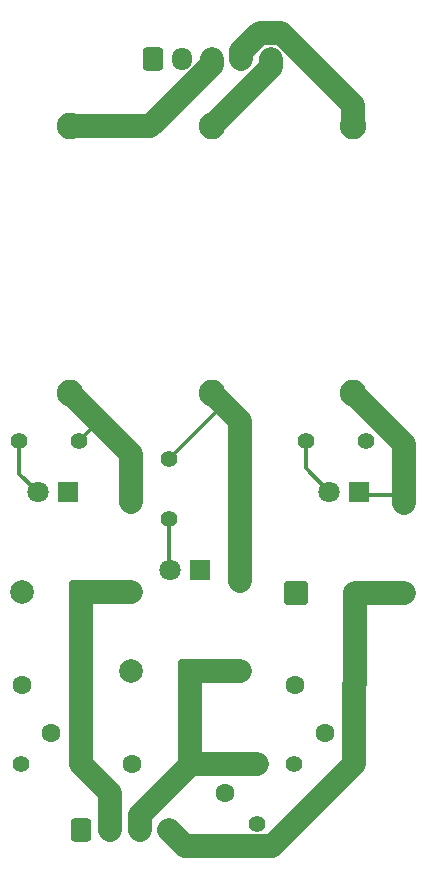
<source format=gbr>
%TF.GenerationSoftware,KiCad,Pcbnew,9.0.3+dfsg-1*%
%TF.CreationDate,2026-02-22T16:32:14-05:00*%
%TF.ProjectId,bench-power,62656e63-682d-4706-9f77-65722e6b6963,rev?*%
%TF.SameCoordinates,Original*%
%TF.FileFunction,Copper,L1,Top*%
%TF.FilePolarity,Positive*%
%FSLAX46Y46*%
G04 Gerber Fmt 4.6, Leading zero omitted, Abs format (unit mm)*
G04 Created by KiCad (PCBNEW 9.0.3+dfsg-1) date 2026-02-22 16:32:14*
%MOMM*%
%LPD*%
G01*
G04 APERTURE LIST*
G04 Aperture macros list*
%AMRoundRect*
0 Rectangle with rounded corners*
0 $1 Rounding radius*
0 $2 $3 $4 $5 $6 $7 $8 $9 X,Y pos of 4 corners*
0 Add a 4 corners polygon primitive as box body*
4,1,4,$2,$3,$4,$5,$6,$7,$8,$9,$2,$3,0*
0 Add four circle primitives for the rounded corners*
1,1,$1+$1,$2,$3*
1,1,$1+$1,$4,$5*
1,1,$1+$1,$6,$7*
1,1,$1+$1,$8,$9*
0 Add four rect primitives between the rounded corners*
20,1,$1+$1,$2,$3,$4,$5,0*
20,1,$1+$1,$4,$5,$6,$7,0*
20,1,$1+$1,$6,$7,$8,$9,0*
20,1,$1+$1,$8,$9,$2,$3,0*%
G04 Aperture macros list end*
%TA.AperFunction,ComponentPad*%
%ADD10C,1.600000*%
%TD*%
%TA.AperFunction,ComponentPad*%
%ADD11C,1.400000*%
%TD*%
%TA.AperFunction,ComponentPad*%
%ADD12RoundRect,0.250000X0.750000X0.750000X-0.750000X0.750000X-0.750000X-0.750000X0.750000X-0.750000X0*%
%TD*%
%TA.AperFunction,ComponentPad*%
%ADD13C,2.000000*%
%TD*%
%TA.AperFunction,ComponentPad*%
%ADD14RoundRect,0.250000X-0.600000X-0.725000X0.600000X-0.725000X0.600000X0.725000X-0.600000X0.725000X0*%
%TD*%
%TA.AperFunction,ComponentPad*%
%ADD15O,1.700000X1.950000*%
%TD*%
%TA.AperFunction,ComponentPad*%
%ADD16RoundRect,0.250000X-0.750000X-0.750000X0.750000X-0.750000X0.750000X0.750000X-0.750000X0.750000X0*%
%TD*%
%TA.AperFunction,ComponentPad*%
%ADD17R,1.800000X1.800000*%
%TD*%
%TA.AperFunction,ComponentPad*%
%ADD18C,1.800000*%
%TD*%
%TA.AperFunction,ComponentPad*%
%ADD19C,2.250000*%
%TD*%
%TA.AperFunction,Conductor*%
%ADD20C,2.000000*%
%TD*%
%TA.AperFunction,Conductor*%
%ADD21C,0.300000*%
%TD*%
%TA.AperFunction,Conductor*%
%ADD22C,1.200000*%
%TD*%
G04 APERTURE END LIST*
D10*
%TO.P,C2,1*%
%TO.N,GND*%
X143443367Y-106018641D03*
%TO.P,C2,2*%
%TO.N,Net-(J1-Pin_2)*%
X148443367Y-106018641D03*
%TD*%
D11*
%TO.P,R6,1*%
%TO.N,Net-(D3-A)*%
X167455790Y-85371938D03*
%TO.P,R6,2*%
%TO.N,GND*%
X172535790Y-85371938D03*
%TD*%
%TO.P,R4,1*%
%TO.N,GND*%
X166499410Y-112738751D03*
%TO.P,R4,2*%
%TO.N,Net-(J1-Pin_4)*%
X171579410Y-112738751D03*
%TD*%
D12*
%TO.P,C4,1*%
%TO.N,Net-(J1-Pin_3)*%
X157709104Y-104858699D03*
D13*
%TO.P,C4,2*%
%TO.N,GND*%
X152709104Y-104858699D03*
%TD*%
D14*
%TO.P,J1,1,Pin_1*%
%TO.N,GND*%
X148409529Y-118328189D03*
D15*
%TO.P,J1,2,Pin_2*%
%TO.N,Net-(J1-Pin_2)*%
X150909529Y-118328189D03*
%TO.P,J1,3,Pin_3*%
%TO.N,Net-(J1-Pin_3)*%
X153409529Y-118328189D03*
%TO.P,J1,4,Pin_4*%
%TO.N,Net-(J1-Pin_4)*%
X155909529Y-118328189D03*
%TD*%
D16*
%TO.P,C7,1*%
%TO.N,GND*%
X166632323Y-98200085D03*
D13*
%TO.P,C7,2*%
%TO.N,Net-(J1-Pin_4)*%
X171632323Y-98200085D03*
%TD*%
D10*
%TO.P,C9,1*%
%TO.N,GND*%
X169079410Y-110107884D03*
%TO.P,C9,2*%
%TO.N,Net-(J1-Pin_4)*%
X171579410Y-110107884D03*
%TD*%
D11*
%TO.P,R5,1*%
%TO.N,+12V*%
X155879788Y-86875059D03*
%TO.P,R5,2*%
%TO.N,Net-(D2-A)*%
X155879788Y-91955059D03*
%TD*%
D10*
%TO.P,FB4,1*%
%TO.N,-12V*%
X175798913Y-90580085D03*
%TO.P,FB4,2*%
%TO.N,Net-(J1-Pin_4)*%
X175798913Y-98200085D03*
%TD*%
D11*
%TO.P,R2,1*%
%TO.N,GND*%
X143363367Y-112732182D03*
%TO.P,R2,2*%
%TO.N,Net-(J1-Pin_2)*%
X148443367Y-112732182D03*
%TD*%
D12*
%TO.P,C1,1*%
%TO.N,Net-(J1-Pin_2)*%
X148443367Y-98190216D03*
D13*
%TO.P,C1,2*%
%TO.N,GND*%
X143443367Y-98190216D03*
%TD*%
D17*
%TO.P,D1,1,K*%
%TO.N,GND*%
X147300680Y-89708898D03*
D18*
%TO.P,D1,2,A*%
%TO.N,Net-(D1-A)*%
X144760680Y-89708898D03*
%TD*%
D10*
%TO.P,C3,1*%
%TO.N,GND*%
X145943367Y-110104700D03*
%TO.P,C3,2*%
%TO.N,Net-(J1-Pin_2)*%
X148443367Y-110104700D03*
%TD*%
D19*
%TO.P,F2,1*%
%TO.N,/+Vout*%
X159500000Y-58700000D03*
%TO.P,F2,2*%
%TO.N,+12V*%
X159500000Y-81300000D03*
%TD*%
%TO.P,F3,1*%
%TO.N,/-Vout*%
X171500000Y-58700000D03*
%TO.P,F3,2*%
%TO.N,-12V*%
X171500000Y-81300000D03*
%TD*%
D10*
%TO.P,C5,1*%
%TO.N,GND*%
X152728019Y-112700747D03*
%TO.P,C5,2*%
%TO.N,Net-(J1-Pin_3)*%
X157728019Y-112700747D03*
%TD*%
%TO.P,FB2,1*%
%TO.N,+5V*%
X152635490Y-90513258D03*
%TO.P,FB2,2*%
%TO.N,Net-(J1-Pin_2)*%
X152635490Y-98133258D03*
%TD*%
D19*
%TO.P,F1,1*%
%TO.N,/+5Vout*%
X147500000Y-58700000D03*
%TO.P,F1,2*%
%TO.N,+5V*%
X147500000Y-81300000D03*
%TD*%
D11*
%TO.P,R1,1*%
%TO.N,+5V*%
X148267689Y-85337534D03*
%TO.P,R1,2*%
%TO.N,Net-(D1-A)*%
X143187689Y-85337534D03*
%TD*%
D14*
%TO.P,J2,1,Pin_1*%
%TO.N,GND*%
X154500000Y-53000000D03*
D15*
%TO.P,J2,2,Pin_2*%
X157000000Y-53000000D03*
%TO.P,J2,3,Pin_3*%
%TO.N,/+5Vout*%
X159500000Y-53000000D03*
%TO.P,J2,4,Pin_4*%
%TO.N,/-Vout*%
X162000000Y-53000000D03*
%TO.P,J2,5,Pin_5*%
%TO.N,/+Vout*%
X164500000Y-53000000D03*
%TD*%
D17*
%TO.P,D2,1,K*%
%TO.N,GND*%
X158522440Y-96255840D03*
D18*
%TO.P,D2,2,A*%
%TO.N,Net-(D2-A)*%
X155982440Y-96255840D03*
%TD*%
D10*
%TO.P,C6,1*%
%TO.N,GND*%
X160666148Y-115200747D03*
%TO.P,C6,2*%
%TO.N,Net-(J1-Pin_3)*%
X160666148Y-112700747D03*
%TD*%
D11*
%TO.P,R3,1*%
%TO.N,GND*%
X163332773Y-117780747D03*
%TO.P,R3,2*%
%TO.N,Net-(J1-Pin_3)*%
X163332773Y-112700747D03*
%TD*%
D17*
%TO.P,D3,1,K*%
%TO.N,-12V*%
X172005984Y-89695378D03*
D18*
%TO.P,D3,2,A*%
%TO.N,Net-(D3-A)*%
X169465984Y-89695378D03*
%TD*%
D10*
%TO.P,FB3,1*%
%TO.N,+12V*%
X161934694Y-97239452D03*
%TO.P,FB3,2*%
%TO.N,Net-(J1-Pin_3)*%
X161934694Y-104859452D03*
%TD*%
%TO.P,C8,1*%
%TO.N,GND*%
X166579410Y-106036280D03*
%TO.P,C8,2*%
%TO.N,Net-(J1-Pin_4)*%
X171579410Y-106036280D03*
%TD*%
D20*
%TO.N,+12V*%
X159500000Y-81300000D02*
X161100000Y-82900000D01*
D21*
X155879788Y-86875059D02*
X159854847Y-82900000D01*
X159854847Y-82900000D02*
X161100000Y-82900000D01*
%TO.N,Net-(D2-A)*%
X155879788Y-91955059D02*
X155879788Y-96153188D01*
X155879788Y-96153188D02*
X155982440Y-96255840D01*
D20*
%TO.N,+12V*%
X161100000Y-82900000D02*
X161874742Y-83674742D01*
X161874742Y-83674742D02*
X161874742Y-97179500D01*
%TO.N,Net-(J1-Pin_2)*%
X148443367Y-110104700D02*
X148443367Y-112732182D01*
X148443367Y-98190216D02*
X152578532Y-98190216D01*
X148443367Y-106018641D02*
X148443367Y-110104700D01*
X148500325Y-98133258D02*
X148443367Y-98190216D01*
X152578532Y-98190216D02*
X152635490Y-98133258D01*
X150909529Y-115198344D02*
X150909529Y-118328189D01*
X148443367Y-112732182D02*
X150909529Y-115198344D01*
X148443367Y-98190216D02*
X148443367Y-106018641D01*
%TO.N,+12V*%
X161874742Y-97179500D02*
X161934694Y-97239452D01*
%TO.N,Net-(J1-Pin_3)*%
X157728019Y-112700747D02*
X153409529Y-117019237D01*
X157723371Y-104844432D02*
X157709104Y-104858699D01*
X160666148Y-112700747D02*
X163332773Y-112700747D01*
X157709104Y-112681832D02*
X157728019Y-112700747D01*
X157728019Y-112700747D02*
X160666148Y-112700747D01*
X153409529Y-117019237D02*
X153409529Y-118328189D01*
X161934694Y-104859452D02*
X161919674Y-104844432D01*
X161919674Y-104844432D02*
X157723371Y-104844432D01*
X157709104Y-104858699D02*
X157709104Y-112681832D01*
%TO.N,Net-(J1-Pin_4)*%
X157263087Y-119681747D02*
X155909529Y-118328189D01*
X171632323Y-98200085D02*
X171632323Y-105983367D01*
X171579410Y-112738751D02*
X164636414Y-119681747D01*
X171632323Y-105983367D02*
X171579410Y-106036280D01*
X171579410Y-110107884D02*
X171579410Y-112738751D01*
X164636414Y-119681747D02*
X157263087Y-119681747D01*
X175798913Y-98200085D02*
X171632323Y-98200085D01*
X171579410Y-106036280D02*
X171579410Y-110107884D01*
%TO.N,/+5Vout*%
X159500000Y-53000000D02*
X159500000Y-53525552D01*
D22*
X147800000Y-58700000D02*
X147500000Y-58700000D01*
D20*
X154325552Y-58700000D02*
X147500000Y-58700000D01*
X159500000Y-53525552D02*
X154325552Y-58700000D01*
%TO.N,/+Vout*%
X164500000Y-53700000D02*
X159500000Y-58700000D01*
X164500000Y-53000000D02*
X164500000Y-53700000D01*
D21*
%TO.N,Net-(D1-A)*%
X143187689Y-88135907D02*
X144760680Y-89708898D01*
X143187689Y-85337534D02*
X143187689Y-88135907D01*
%TO.N,Net-(D2-A)*%
X155922919Y-96255840D02*
X155982440Y-96255840D01*
%TO.N,Net-(D3-A)*%
X169439751Y-89695378D02*
X169465984Y-89695378D01*
X167455790Y-85371938D02*
X167455790Y-87685184D01*
X167455790Y-87685184D02*
X169465984Y-89695378D01*
%TO.N,-12V*%
X175127719Y-89908891D02*
X175798913Y-90580085D01*
X172219497Y-89908891D02*
X175127719Y-89908891D01*
D20*
X171500000Y-81300000D02*
X175798913Y-85598913D01*
X175798913Y-85598913D02*
X175798913Y-90580085D01*
D21*
X172005984Y-89695378D02*
X172219497Y-89908891D01*
D20*
%TO.N,+5V*%
X149600000Y-83400000D02*
X147500000Y-81300000D01*
D21*
X149600000Y-84005223D02*
X149600000Y-83400000D01*
D20*
X152635490Y-90513258D02*
X152635490Y-86435490D01*
D21*
X148267689Y-85337534D02*
X149600000Y-84005223D01*
D20*
X152635490Y-86435490D02*
X149600000Y-83400000D01*
%TO.N,/-Vout*%
X162000000Y-53000000D02*
X162000000Y-52387316D01*
X165411684Y-50799000D02*
X171500000Y-56887316D01*
X162000000Y-52387316D02*
X163588316Y-50799000D01*
X163588316Y-50799000D02*
X165411684Y-50799000D01*
X171500000Y-56887316D02*
X171500000Y-58700000D01*
%TD*%
M02*

</source>
